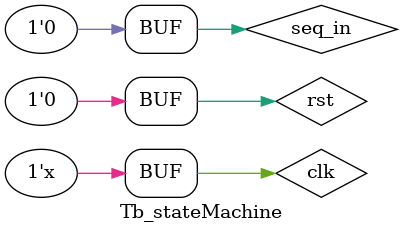
<source format=v>
`timescale 1ns / 1ps


module Tb_stateMachine(

    );
    
reg clk , rst, seq_in;
wire det_out;    
    
state_Machine uut(clk , rst, seq_in, det_out);
initial
begin
    clk =0;
    rst=1;
    seq_in=0;
    #50
    rst=0;
    #50
    seq_in =0;
    #50
    seq_in=1;
    #50
    seq_in=1;
    #50
    seq_in=0;
end  
always 
begin
    #10 clk = ! clk;
end  
endmodule

</source>
